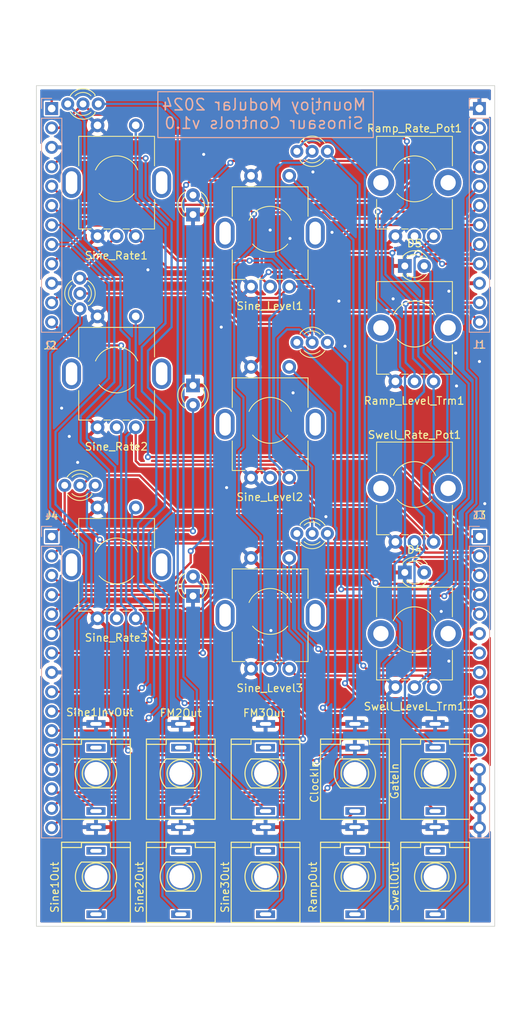
<source format=kicad_pcb>
(kicad_pcb (version 20240108) (generator "pcbnew") (generator_version "8.0")
  (layers (0 "F.Cu" signal) (31 "B.Cu" signal) (34 "B.Paste" user) (35 "F.Paste" user) (36 "B.SilkS" user "B.Silkscreen") (37 "F.SilkS" user "F.Silkscreen") (38 "B.Mask" user) (39 "F.Mask" user) (44 "Edge.Cuts" user))
  (net 0 "")
  (net 1 "/Sine1_LED")
  (net 2 "GND")
  (net 3 "/Sine2_LED")
  (net 4 "+3.3VA")
  (net 5 "+3.3V")
  (net 6 "/Sine3_LED")
  (net 7 "/Swell_LED")
  (net 8 "/Ramp_LED")
  (net 9 "/Sine1_Ramp_Rate_LED")
  (net 10 "/Sine1_Swell_Rate_LED")
  (net 11 "/Sine1_Swell_Lvl_LED")
  (net 12 "/Sine1_Ramp_Lvl_LED")
  (net 13 "/Sine2_Ramp_Rate_LED")
  (net 14 "/Sine2_Swell_Rate_LED")
  (net 15 "/Sine2_Ramp_Lvl_LED")
  (net 16 "/Sine2_Swell_Lvl_LED")
  (net 17 "/Sine3_Swell_Rate_LED")
  (net 18 "/Sine3_Ramp_Rate_LED")
  (net 19 "/Sine3_Ramp_Lvl_LED")
  (net 20 "/Sine3_Swell_Lvl_LED")
  (net 21 "/Ramp_Level")
  (net 22 "/FM2_Out")
  (net 23 "/Ramp_Out")
  (net 24 "/Swell_Out")
  (net 25 "/Sine2_Level")
  (net 26 "/Sine1_Level")
  (net 27 "/FM3_Out")
  (net 28 "/Ramp_Rate")
  (net 29 "/Sine3_Rate")
  (net 30 "/Sine2_Rate")
  (net 31 "/Swell_Rate")
  (net 32 "/Gate_Normal")
  (net 33 "/Sine1_Inv_Out")
  (net 36 "/Sine2_Out")
  (net 37 "/Sine3_Level")
  (net 38 "/Sine3_Out")
  (net 39 "/Sine1_Out")
  (net 40 "/Swell_Level")
  (net 41 "/Sine1_Rate")
  (net 42 "/Clock_In")
  (net 43 "/Sine3_Lvl_Btn")
  (net 44 "/Gate_In")
  (net 45 "/Sine2_Lvl_Btn")
  (net 46 "/Sine1_Lvl_Btn")
  (net 47 "/Sine1_Rate_Btn")
  (net 48 "/Sine3_Rate_Btn")
  (net 49 "/Sine2_Rate_Btn")
  (footprint "Custom_Footprints:Alpha_9mm_Potentiometer_Aligned" (layer "F.Cu") (at 149.5 62.2)
    (property "Reference" "Ramp_Rate_Pot1")
    (property "Value" "B10k")
  )
  (footprint "Custom_Footprints:LED_D3.0mm-3" (layer "F.Cu") (at 105.7 102.3 180)
    (property "Reference" "D10" (hide yes))
    (property "Value" "LED_Dual_KAK")
  )
  (footprint "Custom_Footprints:LED_D3.0mm-3" (layer "F.Cu") (at 105.7 77.2 90)
    (property "Reference" "D8" (hide yes))
    (property "Value" "LED_Dual_KAK")
  )
  (footprint "Custom_Footprints:Bourns_Switch_Potentiometer" (layer "F.Cu") (at 130.6 118.8)
    (property "Reference" "Sine_Level3")
    (property "Value" "Switch_10kPot" (hide yes))
  )
  (footprint "Custom_Footprints:Alpha_9mm_Potentiometer_Aligned" (layer "F.Cu") (at 149.5 102.2)
    (property "Reference" "Swell_Rate_Pot1")
    (property "Value" "B10k")
  )
  (footprint "Custom_Footprints:Bourns_Switch_Potentiometer" (layer "F.Cu") (at 130.6 68.8)
    (property "Reference" "Sine_Level1")
    (property "Value" "Switch_10kPot" (hide yes))
  )
  (footprint "Custom_Footprints:Bourns_Switch_Potentiometer" (layer "F.Cu") (at 110.5 87.2)
    (property "Reference" "Sine_Rate2")
    (property "Value" "Switch_10kPot" (hide yes))
  )
  (footprint "Custom_Footprints:LED_D3.0mm" (layer "F.Cu") (at 120.5 65.6 90)
    (property "Reference" "D1" (hide yes))
    (property "Value" "LED")
  )
  (footprint "Custom_Footprints:THONKICONN_hole" (layer "F.Cu") (at 152.2 153.5 180)
    (property "Reference" "J13" (hide yes))
    (property "Value" "SwellOut")
  )
  (footprint "Custom_Footprints:LED_D3.0mm-3" (layer "F.Cu") (at 136.1 83.6)
    (property "Reference" "D9" (hide yes))
    (property "Value" "LED_Dual_KAK")
  )
  (footprint "Custom_Footprints:LED_D3.0mm-3" (layer "F.Cu") (at 136.1 108.6)
    (property "Reference" "D11" (hide yes))
    (property "Value" "LED_Dual_KAK")
  )
  (footprint "Custom_Footprints:THONKICONN_hole" (layer "F.Cu") (at 107.8 140 180)
    (property "Reference" "J10" (hide yes))
    (property "Value" "Sine1InvOut")
  )
  (footprint "Custom_Footprints:THONKICONN_hole" (layer "F.Cu") (at 141.7 140 180)
    (property "Reference" "J14" (hide yes))
    (property "Value" "ClockIn")
  )
  (footprint "Custom_Footprints:LED_D3.0mm" (layer "F.Cu") (at 149.5 113.7)
    (property "Reference" "D4")
    (property "Value" "LED")
  )
  (footprint "Custom_Footprints:LED_D3.0mm-3" (layer "F.Cu") (at 106.1 52.4 180)
    (property "Reference" "D6" (hide yes))
    (property "Value" "LED_Dual_KAK")
  )
  (footprint "Custom_Footprints:LED_D3.0mm" (layer "F.Cu") (at 120.5 115.5 90)
    (property "Reference" "D3" (hide yes))
    (property "Value" "LED")
  )
  (footprint "Custom_Footprints:THONKICONN_hole" (layer "F.Cu") (at 152.2 140 180)
    (property "Reference" "J9" (hide yes))
    (property "Value" "GateIn")
  )
  (footprint "Custom_Footprints:THONKICONN_hole" (layer "F.Cu") (at 118.9 153.5 180)
    (property "Reference" "J6" (hide yes))
    (property "Value" "Sine2Out")
  )
  (footprint "Custom_Footprints:Alpha_9mm_Potentiometer_Aligned" (layer "F.Cu") (at 149.5 81.2)
    (property "Reference" "Ramp_Level_Trm1")
    (property "Value" "B10k")
  )
  (footprint "Custom_Footprints:LED_D3.0mm-3" (layer "F.Cu") (at 136.1 58.6)
    (property "Reference" "D7" (hide yes))
    (property "Value" "LED_Dual_KAK")
  )
  (footprint "Custom_Footprints:THONKICONN_hole" (layer "F.Cu") (at 107.8 153.5 180)
    (property "Reference" "J5" (hide yes))
    (property "Value" "Sine1Out")
  )
  (footprint "Custom_Footprints:THONKICONN_hole" (layer "F.Cu") (at 130 153.5 180)
    (property "Reference" "J7" (hide yes))
    (property "Value" "Sine3Out")
  )
  (footprint "Custom_Footprints:Bourns_Switch_Potentiometer" (layer "F.Cu") (at 110.5 112.2)
    (property "Reference" "Sine_Rate3")
    (property "Value" "Switch_10kPot" (hide yes))
  )
  (footprint "Custom_Footprints:THONKICONN_hole" (layer "F.Cu") (at 141.7 153.5 180)
    (property "Reference" "J8" (hide yes))
    (property "Value" "RampOut")
  )
  (footprint "Custom_Footprints:Bourns_Switch_Potentiometer" (layer "F.Cu") (at 130.6 93.8)
    (property "Reference" "Sine_Level2")
    (property "Value" "Switch_10kPot" (hide yes))
  )
  (footprint "Custom_Footprints:LED_D3.0mm" (layer "F.Cu") (at 149.5 73.6)
    (property "Reference" "D5")
    (property "Value" "LED")
  )
  (footprint "Custom_Footprints:Alpha_9mm_Potentiometer_Aligned" (layer "F.Cu") (at 149.5 121.2)
    (property "Reference" "Swell_LeveL_Trm1")
    (property "Value" "B10k")
  )
  (footprint "Custom_Footprints:Bourns_Switch_Potentiometer" (layer "F.Cu") (at 110.5 62.2)
    (property "Reference" "Sine_Rate1")
    (property "Value" "Switch_10kPot" (hide yes))
  )
  (footprint "Custom_Footprints:LED_D3.0mm" (layer "F.Cu") (at 120.5 90.5 -90)
    (property "Reference" "D2" (hide yes))
    (property "Value" "LED")
  )
  (footprint "Custom_Footprints:THONKICONN_hole" (layer "F.Cu") (at 118.9 140 180)
    (property "Reference" "J11" (hide yes))
    (property "Value" "FM2Out")
  )
  (footprint "Custom_Footprints:THONKICONN_hole" (layer "F.Cu") (at 130 140 180)
    (property "Reference" "J12" (hide yes))
    (property "Value" "FM3Out")
  )
  (footprint "Connector_PinSocket_2.54mm:PinSocket_1x16_P2.54mm_Vertical" (layer "B.Cu") (at 158 109 180)
    (property "Reference" "J3")
    (property "Value" "Conn_01x16_Male")
  )
  (footprint "Connector_PinSocket_2.54mm:PinSocket_1x12_P2.54mm_Vertical" (layer "B.Cu") (at 158 53 180)
    (property "Reference" "J1")
    (property "Value" "Conn_01x12_Male")
  )
  (footprint "Connector_PinSocket_2.54mm:PinSocket_1x16_P2.54mm_Vertical" (layer "B.Cu") (at 102 109 180)
    (property "Reference" "J4")
    (property "Value" "Conn_01x16_Male")
  )
  (footprint "Connector_PinSocket_2.54mm:PinSocket_1x12_P2.54mm_Vertical" (layer "B.Cu") (at 102 53 180)
    (property "Reference" "J2")
    (property "Value" "Conn_01x12_Male")
  )
  (gr_rect (start 115.9 50.8) (end 144.1 56.8) (stroke (width 0.15)) (fill none) (layer "B.SilkS"))
  (gr_rect (start 100 50) (end 160 160) (stroke (width 0.1)) (fill none) (layer "Edge.Cuts"))
  (gr_text "Mountjoy Modular 2024\nSinosaur Controls v1.0" (at 129.8 53.7 0) (layer "B.SilkS") (effects (font (size 1.5 1.5) (thickness 0.2)) (justify mirror)))
  (gr_text "J2" (at 101.8 84 -0) (layer "F.SilkS") (effects (font (size 1 1))))
  (gr_text "J1" (at 158 83.9 -0) (layer "F.SilkS") (effects (font (size 1 1))))
  (gr_text "J3" (at 158 106.2 -0) (layer "F.SilkS") (effects (font (size 1 1))))
  (gr_text "J4" (at 102 106.3 -0) (layer "F.SilkS") (effects (font (size 1 1))))
  (segment (start 120.2 112.4) (end 120.2 110.9) (width 0.3) (layer "F.Cu") (net 1))
  (segment (start 103.42 115.5) (end 117.1 115.5) (width 0.3) (layer "F.Cu") (net 1))
  (segment (start 102 114.08) (end 103.42 115.5) (width 0.3) (layer "F.Cu") (net 1))
  (segment (start 117.1 115.5) (end 120.2 112.4) (width 0.3) (layer "F.Cu") (net 1))
  (via (at 120.2 110.9) (size 0.8) (drill 0.4) (layers "F.Cu" "B.Cu") (net 1))
  (segment (start 122.1 109) (end 120.2 110.9) (width 0.3) (layer "B.Cu") (net 1))
  (segment (start 120.5 64.33) (end 122.1 65.93) (width 0.3) (layer "B.Cu") (net 1))
  (segment (start 122.1 65.93) (end 122.1 109) (width 0.3) (layer "B.Cu") (net 1))
  (via (at 103.3 92.2) (size 0.8) (drill 0.4) (layers "F.Cu" "B.Cu") (net 2))
  (via (at 133.6 90.2) (size 0.8) (drill 0.4) (layers "F.Cu" "B.Cu") (net 2))
  (via (at 153 118.8) (size 0.8) (drill 0.4) (layers "F.Cu" "B.Cu") (net 2))
  (via (at 138.7 69.2) (size 0.8) (drill 0.4) (layers "F.Cu" "B.Cu") (net 2))
  (via (at 158.7 104.7) (size 0.8) (drill 0.4) (layers "F.Cu" "B.Cu") (net 2))
  (via (at 124.2 81.6) (size 0.8) (drill 0.4) (layers "F.Cu" "B.Cu") (net 2))
  (via (at 154 76.9) (size 0.8) (drill 0.4) (layers "F.Cu" "B.Cu") (net 2))
  (via (at 130.7 121.3) (size 0.8) (drill 0.4) (layers "F.Cu" "B.Cu") (net 2))
  (via (at 155 89.3) (size 0.8) (drill 0.4) (layers "F.Cu" "B.Cu") (net 2))
  (via (at 104.3 95.9) (size 0.8) (drill 0.4) (layers "F.Cu" "B.Cu") (net 2))
  (via (at 146.7 77.9) (size 0.8) (drill 0.4) (layers "F.Cu" "B.Cu") (net 2))
  (via (at 140.4 84.1) (size 0.8) (drill 0.4) (layers "F.Cu" "B.Cu") (net 2))
  (via (at 130.6 68.9) (size 0.8) (drill 0.4) (layers "F.Cu" "B.Cu") (net 2))
  (via (at 154 125.3) (size 0.8) (drill 0.4) (layers "F.Cu" "B.Cu") (net 2))
  (via (at 137.9 106.4) (size 0.8) (drill 0.4) (layers "F.Cu" "B.Cu") (net 2))
  (via (at 133.2 70) (size 0.8) (drill 0.4) (layers "F.Cu" "B.Cu") (net 2))
  (via (at 105.4 99.3) (size 0.8) (drill 0.4) (layers "F.Cu" "B.Cu") (net 2))
  (via (at 136.2 61.3) (size 0.8) (drill 0.4) (layers "F.Cu" "B.Cu") (net 2))
  (via (at 121.9 59) (size 0.8) (drill 0.4) (layers "F.Cu" "B.Cu") (net 2))
  (via (at 139.6 78.2) (size 0.8) (drill 0.4) (layers "F.Cu" "B.Cu") (net 2))
  (via (at 114.6 74.1) (size 0.8) (drill 0.4) (layers "F.Cu" "B.Cu") (net 2))
  (via (at 158 86.1) (size 0.8) (drill 0.4) (layers "F.Cu" "B.Cu") (net 2))
  (via (at 154.9 85) (size 0.8) (drill 0.4) (layers "F.Cu" "B.Cu") (net 2))
  (via (at 124.9 102.6) (size 0.8) (drill 0.4) (layers "F.Cu" "B.Cu") (net 2))
  (segment (start 120.4 108.2) (end 120.5 108.3) (width 0.3) (layer "F.Cu") (net 3))
  (segment (start 105.34 108.2) (end 120.4 108.2) (width 0.3) (layer "F.Cu") (net 3))
  (segment (start 102 111.54) (end 105.34 108.2) (width 0.3) (layer "F.Cu") (net 3))
  (via (at 120.5 108.3) (size 0.8) (drill 0.4) (layers "F.Cu" "B.Cu") (net 3))
  (segment (start 120.5 91.77) (end 120.5 108.3) (width 0.3) (layer "B.Cu") (net 3))
  (segment (start 150.5 71.2) (end 147.299998 71.2) (width 0.3) (layer "F.Cu") (net 4))
  (segment (start 129.5 122.7) (end 116 122.7) (width 0.3) (layer "F.Cu") (net 4))
  (segment (start 131.4 99.6) (end 113.5 99.6) (width 0.3) (layer "F.Cu") (net 4))
  (segment (start 127.6 77.8) (end 123.6 73.8) (width 0.3) (layer "F.Cu") (net 4))
  (segment (start 116 122.7) (end 113 119.7) (width 0.3) (layer "F.Cu") (net 4))
  (segment (start 131.6 77.8) (end 127.6 77.8) (width 0.3) (layer "F.Cu") (net 4))
  (segment (start 152 109.7) (end 147.2 104.9) (width 0.3) (layer "F.Cu") (net 4))
  (segment (start 107.02 68.3) (end 102 73.32) (width 0.3) (layer "F.Cu") (net 4))
  (segment (start 113 69.7) (end 111.6 68.3) (width 0.3) (layer "F.Cu") (net 4))
  (segment (start 152 128.7) (end 150.5 127.2) (width 0.3) (layer "F.Cu") (net 4))
  (segment (start 134 127.2) (end 133.1 126.3) (width 0.3) (layer "F.Cu") (net 4))
  (segment (start 133.1 126.3) (end 129.5 122.7) (width 0.3) (layer "F.Cu") (net 4))
  (segment (start 141 71.9) (end 146.599998 71.9) (width 0.3) (layer "F.Cu") (net 4))
  (segment (start 123.6 73.8) (end 117.1 73.8) (width 0.3) (layer "F.Cu") (net 4))
  (segment (start 113 99.1) (end 113 94.7) (width 0.3) (layer "F.Cu") (net 4))
  (segment (start 133.1 76.3) (end 131.6 77.8) (width 0.3) (layer "F.Cu") (net 4))
  (segment (start 133.1 76.3) (end 136.6 76.3) (width 0.3) (layer "F.Cu") (net 4))
  (segment (start 150.5 127.2) (end 134 127.2) (width 0.3) (layer "F.Cu") (net 4))
  (segment (start 136.6 76.3) (end 141 71.9) (width 0.3) (layer "F.Cu") (net 4))
  (segment (start 113.5 99.6) (end 113 99.1) (width 0.3) (layer "F.Cu") (net 4))
  (segment (start 147.2 104.9) (end 136.7 104.9) (width 0.3) (layer "F.Cu") (net 4))
  (segment (start 117.1 73.8) (end 113 69.7) (width 0.3) (layer "F.Cu") (net 4))
  (segment (start 133.1 101.3) (end 131.4 99.6) (width 0.3) (layer "F.Cu") (net 4))
  (segment (start 136.7 104.9) (end 133.1 101.3) (width 0.3) (layer "F.Cu") (net 4))
  (segment (start 147.299998 71.2) (end 146.599998 71.9) (width 0.3) (layer "F.Cu") (net 4))
  (segment (start 152 69.7) (end 150.5 71.2) (width 0.3) (layer "F.Cu") (net 4))
  (segment (start 111.6 68.3) (end 107.02 68.3) (width 0.3) (layer "F.Cu") (net 4))
  (via (at 146.599998 71.9) (size 0.8) (drill 0.4) (layers "F.Cu" "B.Cu") (net 4))
  (segment (start 111.75 117.35) (end 111.75 95.95) (width 0.3) (layer "B.Cu") (net 4))
  (segment (start 150 85.427208) (end 150 78.05) (width 0.3) (layer "B.Cu") (net 4))
  (segment (start 113 118.6) (end 111.75 117.35) (width 0.3) (layer "B.Cu") (net 4))
  (segment (start 150 78.05) (end 146.599998 74.649998) (width 0.3) (layer "B.Cu") (net 4))
  (segment (start 152 109.7) (end 152 106) (width 0.3) (layer "B.Cu") (net 4))
  (segment (start 146.599998 74.649998) (end 146.599998 71.9) (width 0.3) (layer "B.Cu") (net 4))
  (segment (start 152 87.427208) (end 150 85.427208) (width 0.3) (layer "B.Cu") (net 4))
  (segment (start 111.75 95.95) (end 113 94.7) (width 0.3) (layer "B.Cu") (net 4))
  (segment (start 152 98.4) (end 152 88.7) (width 0.3) (layer "B.Cu") (net 4))
  (segment (start 150.4 100) (end 152 98.4) (width 0.3) (layer "B.Cu") (net 4))
  (segment (start 150.4 104.4) (end 150.4 100) (width 0.3) (layer "B.Cu") (net 4))
  (segment (start 113 119.7) (end 113 118.6) (width 0.3) (layer "B.Cu") (net 4))
  (segment (start 152 106) (end 150.4 104.4) (width 0.3) (layer "B.Cu") (net 4))
  (segment (start 152 88.7) (end 152 87.427208) (width 0.3) (layer "B.Cu") (net 4))
  (segment (start 106.34 102.3) (end 106.34 101.935) (width 0.3) (layer "F.Cu") (net 5))
  (segment (start 118.2 105.7) (end 134.6 105.7) (width 0.3) (layer "F.Cu") (net 5))
  (segment (start 134.8 81.2) (end 136.1 82.5) (width 0.3) (layer "F.Cu") (net 5))
  (segment (start 126.5 81.2) (end 134.8 81.2) (width 0.3) (layer "F.Cu") (net 5))
  (segment (start 106.1 52.4) (end 107.5 53.8) (width 0.3) (layer "F.Cu") (net 5))
  (segment (start 134.6 105.7) (end 136.1 107.2) (width 0.3) (layer "F.Cu") (net 5))
  (segment (start 107.5 53.8) (end 109.2 53.8) (width 0.3) (layer "F.Cu") (net 5))
  (segment (start 102.96 55.54) (end 106.1 52.4) (width 0.3) (layer "F.Cu") (net 5))
  (segment (start 112.2 56.8) (end 134.3 56.8) (width 0.3) (layer "F.Cu") (net 5))
  (segment (start 113.5 101) (end 118.2 105.7) (width 0.3) (layer "F.Cu") (net 5))
  (segment (start 105.7 77.2) (end 122.5 77.2) (width 0.3) (layer "F.Cu") (net 5))
  (segment (start 106.34 101.935) (end 107.275 101) (width 0.3) (layer "F.Cu") (net 5))
  (segment (start 107.275 101) (end 113.5 101) (width 0.3) (layer "F.Cu") (net 5))
  (segment (start 134.3 56.8) (end 136.1 58.6) (width 0.3) (layer "F.Cu") (net 5))
  (segment (start 136.1 82.5) (end 136.1 83.6) (width 0.3) (layer "F.Cu") (net 5))
  (segment (start 122.5 77.2) (end 126.5 81.2) (width 0.3) (layer "F.Cu") (net 5))
  (segment (start 136.1 107.2) (end 136.1 108.6) (width 0.3) (layer "F.Cu") (net 5))
  (segment (start 109.2 53.8) (end 112.2 56.8) (width 0.3) (layer "F.Cu") (net 5))
  (segment (start 102 55.54) (end 102.96 55.54) (width 0.3) (layer "F.Cu") (net 5))
  (segment (start 136.1 76.6) (end 131.6 72.1) (width 0.3) (layer "B.Cu") (net 5))
  (segment (start 131.6 72.1) (end 131.6 60.8) (width 0.3) (layer "B.Cu") (net 5))
  (segment (start 131.6 83.1) (end 132.800001 81.899999) (width 0.3) (layer "B.Cu") (net 5))
  (segment (start 132.800001 81.899999) (end 134.399999 81.899999) (width 0.3) (layer "B.Cu") (net 5))
  (segment (start 136.1 108.6) (end 136.1 99.9) (width 0.3) (layer "B.Cu") (net 5))
  (segment (start 131.6 60.8) (end 132.3 60.1) (width 0.3) (layer "B.Cu") (net 5))
  (segment (start 136.1 83.6) (end 136.1 76.6) (width 0.3) (layer "B.Cu") (net 5))
  (segment (start 134.6 60.1) (end 136.1 58.6) (width 0.3) (layer "B.Cu") (net 5))
  (segment (start 136.1 99.9) (end 131.6 95.4) (width 0.3) (layer "B.Cu") (net 5))
  (segment (start 131.6 95.4) (end 131.6 83.1) (width 0.3) (layer "B.Cu") (net 5))
  (segment (start 134.399999 81.899999) (end 136.1 83.6) (width 0.3) (layer "B.Cu") (net 5))
  (segment (start 132.3 60.1) (end 134.6 60.1) (width 0.3) (layer "B.Cu") (net 5))
  (segment (start 102 124.24) (end 121.799998 124.24) (width 0.3) (layer "F.Cu") (net 6))
  (via (at 121.799998 124.24) (size 0.8) (drill 0.4) (layers "F.Cu" "B.Cu") (net 6))
  (segment (start 121.799998 115.529998) (end 121.799998 124.24) (width 0.3) (layer "B.Cu") (net 6))
  (segment (start 120.5 114.23) (end 121.799998 115.529998) (width 0.3) (layer "B.Cu") (net 6))
  (segment (start 117.387107 116.62) (end 118.487107 115.52) (width 0.3) (layer "F.Cu") (net 7))
  (segment (start 102 116.62) (end 117.387107 116.62) (width 0.3) (layer "F.Cu") (net 7))
  (segment (start 123.28 115.52) (end 125.2 113.6) (width 0.3) (layer "F.Cu") (net 7))
  (segment (start 146.2 112.3) (end 149.37 112.3) (width 0.3) (layer "F.Cu") (net 7))
  (segment (start 144.9 113.6) (end 146.2 112.3) (width 0.3) (layer "F.Cu") (net 7))
  (segment (start 149.37 112.3) (end 150.77 113.7) (width 0.3) (layer "F.Cu") (net 7))
  (segment (start 125.2 113.6) (end 144.9 113.6) (width 0.3) (layer "F.Cu") (net 7))
  (segment (start 118.487107 115.52) (end 123.28 115.52) (width 0.3) (layer "F.Cu") (net 7))
  (segment (start 103.06 118.1) (end 119.05 118.1) (width 0.3) (layer "F.Cu") (net 8))
  (segment (start 121.55 118.5) (end 123.3 116.75) (width 0.3) (layer "F.Cu") (net 8))
  (segment (start 123.3 116.75) (end 153.35 116.75) (width 0.3) (layer "F.Cu") (net 8))
  (segment (start 119.45 118.5) (end 121.55 118.5) (width 0.3) (layer "F.Cu") (net 8))
  (segment (start 153.35 116.75) (end 153.4 116.8) (width 0.3) (layer "F.Cu") (net 8))
  (segment (start 119.05 118.1) (end 119.45 118.5) (width 0.3) (layer "F.Cu") (net 8))
  (segment (start 102 119.16) (end 103.06 118.1) (width 0.3) (layer "F.Cu") (net 8))
  (via (at 153.4 116.8) (size 0.8) (drill 0.4) (layers "F.Cu" "B.Cu") (net 8))
  (segment (start 151.6 84) (end 151.6 74.43) (width 0.3) (layer "B.Cu") (net 8))
  (segment (start 156.6 103.992894) (end 156.6 89) (width 0.3) (layer "B.Cu") (net 8))
  (segment (start 153.4 116.8) (end 154.9 115.3) (width 0.3) (layer "B.Cu") (net 8))
  (segment (start 156.6 89) (end 151.6 84) (width 0.3) (layer "B.Cu") (net 8))
  (segment (start 154.9 105.692894) (end 156.6 103.992894) (width 0.3) (layer "B.Cu") (net 8))
  (segment (start 154.9 115.3) (end 154.9 105.692894) (width 0.3) (layer "B.Cu") (net 8))
  (segment (start 151.6 74.43) (end 150.77 73.6) (width 0.3) (layer "B.Cu") (net 8))
  (segment (start 119.4 130.8) (end 133.5 130.8) (width 0.3) (layer "F.Cu") (net 9))
  (segment (start 133.5 130.8) (end 137.1 134.4) (width 0.3) (layer "F.Cu") (net 9))
  (segment (start 158 134.4) (end 137.1 134.4) (width 0.3) (layer "F.Cu") (net 9))
  (via (at 119.4 130.8) (size 0.8) (drill 0.4) (layers "F.Cu" "B.Cu") (net 9))
  (segment (start 116.4 52.4) (end 108.100001 52.4) (width 0.3) (layer "B.Cu") (net 9))
  (segment (start 119.4 130.8) (end 118.5 129.9) (width 0.3) (layer "B.Cu") (net 9))
  (segment (start 118.5 54.5) (end 116.4 52.4) (width 0.3) (layer "B.Cu") (net 9))
  (segment (start 118.5 129.9) (end 118.5 54.5) (width 0.3) (layer "B.Cu") (net 9))
  (segment (start 158 109) (end 156.85 109) (width 0.3) (layer "F.Cu") (net 10))
  (segment (start 146.45 98.6) (end 114.6 98.6) (width 0.3) (layer "F.Cu") (net 10))
  (segment (start 156.85 109) (end 146.45 98.6) (width 0.3) (layer "F.Cu") (net 10))
  (via (at 114.6 98.6) (size 0.8) (drill 0.4) (layers "F.Cu" "B.Cu") (net 10))
  (segment (start 112.2 83.168629) (end 112.2 91.1) (width 0.3) (layer "B.Cu") (net 10))
  (segment (start 104.099999 52.4) (end 106.3 54.600001) (width 0.3) (layer "B.Cu") (net 10))
  (segment (start 111 74.8) (end 111 81.968629) (width 0.3) (layer "B.Cu") (net 10))
  (segment (start 111 81.968629) (end 112.2 83.168629) (width 0.3) (layer "B.Cu") (net 10))
  (segment (start 106.3 54.600001) (end 106.3 70.1) (width 0.3) (layer "B.Cu") (net 10))
  (segment (start 106.3 70.1) (end 111 74.8) (width 0.3) (layer "B.Cu") (net 10))
  (segment (start 114.6 93.5) (end 114.6 98.6) (width 0.3) (layer "B.Cu") (net 10))
  (segment (start 112.2 91.1) (end 114.6 93.5) (width 0.3) (layer "B.Cu") (net 10))
  (segment (start 143.4 126.5) (end 142.8 125.9) (width 0.3) (layer "F.Cu") (net 11))
  (segment (start 157.72 126.5) (end 143.4 126.5) (width 0.3) (layer "F.Cu") (net 11))
  (segment (start 158 126.78) (end 157.72 126.5) (width 0.3) (layer "F.Cu") (net 11))
  (via (at 142.8 125.9) (size 0.8) (drill 0.4) (layers "F.Cu" "B.Cu") (net 11))
  (segment (start 142.3 125.4) (end 142.8 125.9) (width 0.3) (layer "B.Cu") (net 11))
  (segment (start 142.3 62.89) (end 142.3 125.4) (width 0.3) (layer "B.Cu") (net 11))
  (segment (start 138.01 58.6) (end 142.3 62.89) (width 0.3) (layer "B.Cu") (net 11))
  (segment (start 158 116.62) (end 156.58 115.2) (width 0.3) (layer "F.Cu") (net 12))
  (segment (start 156.58 115.2) (end 144.55 115.2) (width 0.3) (layer "F.Cu") (net 12))
  (segment (start 144.55 115.2) (end 144.4 115.05) (width 0.3) (layer "F.Cu") (net 12))
  (via (at 144.4 115.05) (size 0.8) (drill 0.4) (layers "F.Cu" "B.Cu") (net 12))
  (segment (start 134.2 58.6) (end 134.2 58.235) (width 0.3) (layer "B.Cu") (net 12))
  (segment (start 143 113.65) (end 144.4 115.05) (width 0.3) (layer "B.Cu") (net 12))
  (segment (start 134.2 58.235) (end 135.235 57.2) (width 0.3) (layer "B.Cu") (net 12))
  (segment (start 143 61.7) (end 143 113.65) (width 0.3) (layer "B.Cu") (net 12))
  (segment (start 138.5 57.2) (end 143 61.7) (width 0.3) (layer "B.Cu") (net 12))
  (segment (start 135.235 57.2) (end 138.5 57.2) (width 0.3) (layer "B.Cu") (net 12))
  (segment (start 101.8 85) (end 101.8 105.2) (width 0.3) (layer "B.Cu") (net 13))
  (segment (start 106.5 117.2) (end 102 121.7) (width 0.3) (layer "B.Cu") (net 13))
  (segment (start 105.7 81.1) (end 101.8 85) (width 0.3) (layer "B.Cu") (net 13))
  (segment (start 106.5 109.9) (end 106.5 117.2) (width 0.3) (layer "B.Cu") (net 13))
  (segment (start 105.7 79.2) (end 105.7 81.1) (width 0.3) (layer "B.Cu") (net 13))
  (segment (start 101.8 105.2) (end 106.5 109.9) (width 0.3) (layer "B.Cu") (net 13))
  (segment (start 123.682893 75.29) (end 105.79 75.29) (width 0.3) (layer "F.Cu") (net 14))
  (segment (start 127.992893 79.6) (end 123.682893 75.29) (width 0.3) (layer "F.Cu") (net 14))
  (segment (start 105.79 75.29) (end 105.7 75.2) (width 0.3) (layer "F.Cu") (net 14))
  (segment (start 158 80.94) (end 156.66 79.6) (width 0.3) (layer "F.Cu") (net 14))
  (segment (start 156.66 79.6) (end 127.992893 79.6) (width 0.3) (layer "F.Cu") (net 14))
  (segment (start 158 119.16) (end 154.74 115.9) (width 0.3) (layer "F.Cu") (net 15))
  (segment (start 154.74 115.9) (end 139.9 115.9) (width 0.3) (layer "F.Cu") (net 15))
  (via (at 139.9 115.9) (size 0.8) (drill 0.4) (layers "F.Cu" "B.Cu") (net 15))
  (segment (start 134.2 83.6) (end 139.9 89.3) (width 0.3) (layer "B.Cu") (net 15))
  (segment (start 139.9 89.3) (end 139.9 115.9) (width 0.3) (layer "B.Cu") (net 15))
  (segment (start 157.15 130.17) (end 142.37 130.17) (width 0.3) (layer "F.Cu") (net 16))
  (segment (start 142.37 130.17) (end 140.4 128.2) (width 0.3) (layer "F.Cu") (net 16))
  (segment (start 158 129.32) (end 157.15 130.17) (width 0.3) (layer "F.Cu") (net 16))
  (via (at 140.4 128.2) (size 0.8) (drill 0.4) (layers "F.Cu" "B.Cu") (net 16))
  (segment (start 140.4 128.2) (end 140.7 127.9) (width 0.3) (layer "B.Cu") (net 16))
  (segment (start 140.7 86.29) (end 138.01 83.6) (width 0.3) (layer "B.Cu") (net 16))
  (segment (start 140.7 127.9) (end 140.7 86.29) (width 0.3) (layer "B.Cu") (net 16))
  (segment (start 103.699999 107.300001) (end 103.699999 102.3) (width 0.3) (layer "F.Cu") (net 17))
  (segment (start 102 109) (end 103.699999 107.300001) (width 0.3) (layer "F.Cu") (net 17))
  (segment (start 108.8 109.9) (end 108.3 109.4) (width 0.3) (layer "F.Cu") (net 18))
  (segment (start 155.62 111.7) (end 146.325 111.7) (width 0.3) (layer "F.Cu") (net 18))
  (segment (start 158 114.08) (end 155.62 111.7) (width 0.3) (layer "F.Cu") (net 18))
  (segment (start 144.525 109.9) (end 108.8 109.9) (width 0.3) (layer "F.Cu") (net 18))
  (segment (start 146.325 111.7) (end 144.525 109.9) (width 0.3) (layer "F.Cu") (net 18))
  (via (at 108.3 109.4) (size 0.8) (drill 0.4) (layers "F.Cu" "B.Cu") (net 18))
  (segment (start 106.615685 103.384316) (end 106.615685 107.715685) (width 0.3) (layer "B.Cu") (net 18))
  (segment (start 107.700001 102.3) (end 106.615685 103.384316) (width 0.3) (layer "B.Cu") (net 18))
  (segment (start 106.615685 107.715685) (end 108.3 109.4) (width 0.3) (layer "B.Cu") (net 18))
  (segment (start 137.439998 124.24) (end 136.9 123.700002) (width 0.3) (layer "F.Cu") (net 19))
  (segment (start 158 124.24) (end 137.439998 124.24) (width 0.3) (layer "F.Cu") (net 19))
  (via (at 136.9 123.700002) (size 0.8) (drill 0.4) (layers "F.Cu" "B.Cu") (net 19))
  (segment (start 136.9 123.700002) (end 136.9 123.6) (width 0.3) (layer "B.Cu") (net 19))
  (segment (start 134.35 108.85) (end 134.1 108.6) (width 0.3) (layer "B.Cu") (net 19))
  (segment (start 136.9 123.6) (end 134.35 121.05) (width 0.3) (layer "B.Cu") (net 19))
  (segment (start 134.35 121.05) (end 134.35 108.85) (width 0.3) (layer "B.Cu") (net 19))
  (segment (start 137.96 131.86) (end 137.5 131.4) (width 0.3) (layer "F.Cu") (net 20))
  (segment (start 158 131.86) (end 137.96 131.86) (width 0.3) (layer "F.Cu") (net 20))
  (via (at 137.5 131.4) (size 0.8) (drill 0.4) (layers "F.Cu" "B.Cu") (net 20))
  (segment (start 138.01 108.6) (end 138.2 108.79) (width 0.3) (layer "B.Cu") (net 20))
  (segment (start 138.2 108.79) (end 138.2 130.7) (width 0.3) (layer "B.Cu") (net 20))
  (segment (start 138.2 130.7) (end 137.5 131.4) (width 0.3) (layer "B.Cu") (net 20))
  (segment (start 148.5 78.4) (end 148.350001 78.549999) (width 0.3) (layer "F.Cu") (net 21))
  (segment (start 158 78.4) (end 148.5 78.4) (width 0.3) (layer "F.Cu") (net 21))
  (via (at 148.350001 78.549999) (size 0.8) (drill 0.4) (layers "F.Cu" "B.Cu") (net 21))
  (segment (start 149.5 87.4) (end 148.350001 86.250001) (width 0.3) (layer "B.Cu") (net 21))
  (segment (start 149.5 88.7) (end 149.5 87.4) (width 0.3) (layer "B.Cu") (net 21))
  (segment (start 148.350001 86.250001) (end 148.350001 78.549999) (width 0.3) (layer "B.Cu") (net 21))
  (segment (start 151.2 60.35) (end 155.73 60.35) (width 0.3) (layer "F.Cu") (net 22))
  (segment (start 125.5 62.4) (end 128.2 65.1) (width 0.3) (layer "F.Cu") (net 22))
  (segment (start 120.2 62.4) (end 125.5 62.4) (width 0.3) (layer "F.Cu") (net 22))
  (segment (start 155.73 60.35) (end 158 58.08) (width 0.3) (layer "F.Cu") (net 22))
  (segment (start 128.2 65.1) (end 146.45 65.1) (width 0.3) (layer "F.Cu") (net 22))
  (segment (start 146.45 65.1) (end 151.2 60.35) (width 0.3) (layer "F.Cu") (net 22))
  (segment (start 119.6 63) (end 120.2 62.4) (width 0.3) (layer "F.Cu") (net 22))
  (via (at 119.6 63) (size 0.8) (drill 0.4) (layers "F.Cu" "B.Cu") (net 22))
  (segment (start 121 142.82) (end 118.9 144.92) (width 0.3) (layer "B.Cu") (net 22))
  (segment (start 121 129.1) (end 121 142.82) (width 0.3) (layer "B.Cu") (net 22))
  (segment (start 119.25 127.35) (end 121 129.1) (width 0.3) (layer "B.Cu") (net 22))
  (segment (start 119.6 63) (end 119.25 63.35) (width 0.3) (layer "B.Cu") (net 22))
  (segment (start 119.25 63.35) (end 119.25 127.35) (width 0.3) (layer "B.Cu") (net 22))
  (segment (start 158 60.62) (end 156.5 62.12) (width 0.3) (layer "F.Cu") (net 23))
  (segment (start 156.5 62.12) (end 156.5 63.4) (width 0.3) (layer "F.Cu") (net 23))
  (segment (start 153.4 66.5) (end 144.7 66.5) (width 0.3) (layer "F.Cu") (net 23))
  (segment (start 156.5 63.4) (end 153.4 66.5) (width 0.3) (layer "F.Cu") (net 23))
  (via (at 144.7 66.5) (size 0.8) (drill 0.4) (layers "F.Cu" "B.Cu") (net 23))
  (segment (start 147.6 80.7) (end 144.7 77.8) (width 0.3) (layer "B.Cu") (net 23))
  (segment (start 145.4 125.7) (end 147.6 123.5) (width 0.3) (layer "B.Cu") (net 23))
  (segment (start 144.7 77.8) (end 144.7 66.5) (width 0.3) (layer "B.Cu") (net 23))
  (segment (start 148.25 87.45) (end 147.6 86.8) (width 0.3) (layer "B.Cu") (net 23))
  (segment (start 145.4 154.72) (end 145.4 125.7) (width 0.3) (layer "B.Cu") (net 23))
  (segment (start 147.6 86.8) (end 147.6 80.7) (width 0.3) (layer "B.Cu") (net 23))
  (segment (start 146.9 119.6) (end 146.9 112.625) (width 0.3) (layer "B.Cu") (net 23))
  (segment (start 146.9 112.625) (end 148.25 111.275) (width 0.3) (layer "B.Cu") (net 23))
  (segment (start 141.7 158.42) (end 145.4 154.72) (width 0.3) (layer "B.Cu") (net 23))
  (segment (start 148.25 111.275) (end 148.25 87.45) (width 0.3) (layer "B.Cu") (net 23))
  (segment (start 147.6 123.5) (end 147.6 120.3) (width 0.3) (layer "B.Cu") (net 23))
  (segment (start 147.6 120.3) (end 146.9 119.6) (width 0.3) (layer "B.Cu") (net 23))
  (segment (start 152.2 158.42) (end 156.3 154.32) (width 0.3) (layer "B.Cu") (net 24))
  (segment (start 156.3 154.32) (end 156.3 106) (width 0.3) (layer "B.Cu") (net 24))
  (segment (start 157.6 88.3) (end 156.4 87.1) (width 0.3) (layer "B.Cu") (net 24))
  (segment (start 156.4 64.76) (end 158 63.16) (width 0.3) (layer "B.Cu") (net 24))
  (segment (start 157.6 104.7) (end 157.6 88.3) (width 0.3) (layer "B.Cu") (net 24))
  (segment (start 156.3 106) (end 157.6 104.7) (width 0.3) (layer "B.Cu") (net 24))
  (segment (start 156.4 87.1) (end 156.4 64.76) (width 0.3) (layer "B.Cu") (net 24))
  (segment (start 130.400001 74.400001) (end 130.4 74.4) (width 0.3) (layer "F.Cu") (net 25))
  (segment (start 141.56 68.24) (end 135.399999 74.400001) (width 0.3) (layer "F.Cu") (net 25))
  (segment (start 158 68.24) (end 141.56 68.24) (width 0.3) (layer "F.Cu") (net 25))
  (segment (start 135.399999 74.400001) (end 130.400001 74.400001) (width 0.3) (layer "F.Cu") (net 25))
  (via (at 130.4 74.4) (size 0.8) (drill 0.4) (layers "F.Cu" "B.Cu") (net 25))
  (segment (start 129.35 100.05) (end 129.35 75.45) (width 0.3) (layer "B.Cu") (net 25))
  (segment (start 130.6 101.3) (end 129.35 100.05) (width 0.3) (layer "B.Cu") (net 25))
  (segment (start 129.35 75.45) (end 130.4 74.4) (width 0.3) (layer "B.Cu") (net 25))
  (segment (start 130.8 66.6) (end 137.7 66.6) (width 0.3) (layer "F.Cu") (net 26))
  (segment (start 129.5 67.9) (end 130.8 66.6) (width 0.3) (layer "F.Cu") (net 26))
  (segment (start 138.5 67.4) (end 156.3 67.4) (width 0.3) (layer "F.Cu") (net 26))
  (segment (start 129.5 75.2) (end 129.5 67.9) (width 0.3) (layer "F.Cu") (net 26))
  (segment (start 156.3 67.4) (end 158 65.7) (width 0.3) (layer "F.Cu") (net 26))
  (segment (start 130.6 76.3) (end 129.5 75.2) (width 0.3) (layer "F.Cu") (net 26))
  (segment (start 137.7 66.6) (end 138.5 67.4) (width 0.3) (layer "F.Cu") (net 26))
  (segment (start 125.65 59.85) (end 125.4 60.1) (width 0.3) (layer "F.Cu") (net 27))
  (segment (start 158 55.54) (end 154.46 55.54) (width 0.3) (layer "F.Cu") (net 27))
  (segment (start 154.46 55.54) (end 150.15 59.85) (width 0.3) (layer "F.Cu") (net 27))
  (segment (start 150.15 59.85) (end 125.65 59.85) (width 0.3) (layer "F.Cu") (net 27))
  (via (at 125.4 60.1) (size 0.8) (drill 0.4) (layers "F.Cu" "B.Cu") (net 27))
  (segment (start 122.8 62.7) (end 125.4 60.1) (width 0.3) (layer "B.Cu") (net 27))
  (segment (start 122.8 137.72) (end 122.8 62.7) (width 0.3) (layer "B.Cu") (net 27))
  (segment (start 130 144.92) (end 122.8 137.72) (width 0.3) (layer "B.Cu") (net 27))
  (segment (start 158 73.32) (end 153.12 73.32) (width 0.3) (layer "F.Cu") (net 28))
  (via (at 153.12 73.32) (size 0.8) (drill 0.4) (layers "F.Cu" "B.Cu") (net 28))
  (segment (start 153.12 73.32) (end 149.5 69.7) (width 0.3) (layer "B.Cu") (net 28))
  (segment (start 105.06 84) (end 111.100004 84) (width 0.3) (layer "F.Cu") (net 29))
  (segment (start 102 80.94) (end 105.06 84) (width 0.3) (layer "F.Cu") (net 29))
  (via (at 111.100004 84) (size 0.8) (drill 0.4) (layers "F.Cu" "B.Cu") (net 29))
  (segment (start 110.5 119.7) (end 110.3 119.5) (width 0.3) (layer "B.Cu") (net 29))
  (segment (start 110.3 99.9) (end 106.6 96.2) (width 0.3) (layer "B.Cu") (net 29))
  (segment (start 106.6 96.2) (end 106.6 93.6) (width 0.3) (layer "B.Cu") (net 29))
  (segment (start 110.3 119.5) (end 110.3 99.9) (width 0.3) (layer "B.Cu") (net 29))
  (segment (start 111 89.2) (end 111 84.100004) (width 0.3) (layer "B.Cu") (net 29))
  (segment (start 106.6 93.6) (end 111 89.2) (width 0.3) (layer "B.Cu") (net 29))
  (segment (start 111 84.100004) (end 111.100004 84) (width 0.3) (layer "B.Cu") (net 29))
  (segment (start 158 136.94) (end 157.34 137.6) (width 0.3) (layer "F.Cu") (net 30))
  (segment (start 112.6 137.6) (end 112 137) (width 0.3) (layer "F.Cu") (net 30))
  (segment (start 157.34 137.6) (end 112.6 137.6) (width 0.3) (layer "F.Cu") (net 30))
  (via (at 112 137) (size 0.8) (drill 0.4) (layers "F.Cu" "B.Cu") (net 30))
  (segment (start 111.1 95.3) (end 111.1 117.9) (width 0.3) (layer "B.Cu") (net 30))
  (segment (start 110.5 94.7) (end 111.1 95.3) (width 0.3) (layer "B.Cu") (net 30))
  (segment (start 111.1 117.9) (end 111.75 118.55) (width 0.3) (layer "B.Cu") (net 30))
  (segment (start 111.75 136.75) (end 112 137) (width 0.3) (layer "B.Cu") (net 30))
  (segment (start 111.75 118.55) (end 111.75 136.75) (width 0.3) (layer "B.Cu") (net 30))
  (segment (start 158 111.54) (end 157.56 111.1) (width 0.3) (layer "F.Cu") (net 31))
  (segment (start 157.56 111.1) (end 150.9 111.1) (width 0.3) (layer "F.Cu") (net 31))
  (segment (start 150.9 111.1) (end 149.5 109.7) (width 0.3) (layer "F.Cu") (net 31))
  (segment (start 102 51.85) (end 103.05 50.8) (width 0.3) (layer "F.Cu") (net 32))
  (segment (start 142 50.8) (end 148.5 57.3) (width 0.3) (layer "F.Cu") (net 32))
  (segment (start 102 53) (end 102 51.85) (width 0.3) (layer "F.Cu") (net 32))
  (segment (start 103.05 50.8) (end 142 50.8) (width 0.3) (layer "F.Cu") (net 32))
  (via (at 148.5 57.3) (size 0.8) (drill 0.4) (layers "F.Cu" "B.Cu") (net 32))
  (segment (start 150.75 106.35) (end 150.75 110.85) (width 0.3) (layer "B.Cu") (net 32))
  (segment (start 149.5 126.5) (end 148.25 127.75) (width 0.3) (layer "B.Cu") (net 32))
  (segment (start 148.5 57.3) (end 148.5 65.7) (width 0.3) (layer "B.Cu") (net 32))
  (segment (start 145.7 74.7) (end 149.3 78.3) (width 0.3) (layer "B.Cu") (net 32))
  (segment (start 149.5 112.1) (end 149.5 126.5) (width 0.3) (layer "B.Cu") (net 32))
  (segment (start 148.5 65.7) (end 145.7 68.5) (width 0.3) (layer "B.Cu") (net 32))
  (segment (start 149.3 85.7) (end 150.75 87.15) (width 0.3) (layer "B.Cu") (net 32))
  (segment (start 149.3 91.5) (end 149.3 104.9) (width 0.3) (layer "B.Cu") (net 32))
  (segment (start 149.3 78.3) (end 149.3 85.7) (width 0.3) (layer "B.Cu") (net 32))
  (segment (start 150.75 90.05) (end 149.3 91.5) (width 0.3) (layer "B.Cu") (net 32))
  (segment (start 148.25 132.67) (end 152.2 136.62) (width 0.3) (layer "B.Cu") (net 32))
  (segment (start 150.75 110.85) (end 149.5 112.1) (width 0.3) (layer "B.Cu") (net 32))
  (segment (start 149.3 104.9) (end 150.75 106.35) (width 0.3) (layer "B.Cu") (net 32))
  (segment (start 145.7 68.5) (end 145.7 74.7) (width 0.3) (layer "B.Cu") (net 32))
  (segment (start 150.75 87.15) (end 150.75 90.05) (width 0.3) (layer "B.Cu") (net 32))
  (segment (start 148.25 127.75) (end 148.25 132.67) (width 0.3) (layer "B.Cu") (net 32))
  (segment (start 109.5 88.3) (end 102.5 95.3) (width 0.3) (layer "B.Cu") (net 33))
  (segment (start 102.5 95.3) (end 102.5 104.8) (width 0.3) (layer "B.Cu") (net 33))
  (segment (start 102 70.78) (end 104.38 70.78) (width 0.3) (layer "B.Cu") (net 33))
  (segment (start 105.3 142.42) (end 107.8 144.92) (width 0.3) (layer "B.Cu") (net 33))
  (segment (start 107.2 117.9) (end 105.3 119.8) (width 0.3) (layer "B.Cu") (net 33))
  (segment (start 104.38 70.78) (end 109.5 75.9) (width 0.3) (layer "B.Cu") (net 33))
  (segment (start 107.2 109.5) (end 107.2 117.9) (width 0.3) (layer "B.Cu") (net 33))
  (segment (start 109.5 75.9) (end 109.5 88.3) (width 0.3) (layer "B.Cu") (net 33))
  (segment (start 102.5 104.8) (end 107.2 109.5) (width 0.3) (layer "B.Cu") (net 33))
  (segment (start 105.3 119.8) (end 105.3 142.42) (width 0.3) (layer "B.Cu") (net 33))
  (segment (start 103.119998 59.500002) (end 114.300002 59.500002) (width 0.3) (layer "F.Cu") (net 36))
  (segment (start 102 60.62) (end 103.119998 59.500002) (width 0.3) (layer "F.Cu") (net 36))
  (via (at 114.300002 59.500002) (size 0.8) (drill 0.4) (layers "F.Cu" "B.Cu") (net 36))
  (segment (start 114.6 89.5) (end 114.6 84.7) (width 0.3) (layer "B.Cu") (net 36))
  (segment (start 114.7 108.6) (end 117.6 105.7) (width 0.3) (layer "B.Cu") (net 36))
  (segment (start 114.300002 64.500002) (end 114.300002 59.500002) (width 0.3) (layer "B.Cu") (net 36))
  (segment (start 118.9 158.42) (end 116.5 156.02) (width 0.3) (layer "B.Cu") (net 36))
  (segment (start 114.7 114.4) (end 114.7 108.6) (width 0.3) (layer "B.Cu") (net 36))
  (segment (start 117.7 67.9) (end 114.300002 64.500002) (width 0.3) (layer "B.Cu") (net 36))
  (segment (start 117.6 92.5) (end 114.6 89.5) (width 0.3) (layer "B.Cu") (net 36))
  (segment (start 117.7 81.6) (end 117.7 67.9) (width 0.3) (layer "B.Cu") (net 36))
  (segment (start 116.5 156.02) (end 116.5 132.8) (width 0.3) (layer "B.Cu") (net 36))
  (segment (start 117.1 132.2) (end 117.1 116.8) (width 0.3) (layer "B.Cu") (net 36))
  (segment (start 117.1 116.8) (end 114.7 114.4) (width 0.3) (layer "B.Cu") (net 36))
  (segment (start 117.6 105.7) (end 117.6 92.5) (width 0.3) (layer "B.Cu") (net 36))
  (segment (start 114.6 84.7) (end 117.7 81.6) (width 0.3) (layer "B.Cu") (net 36))
  (segment (start 116.5 132.8) (end 117.1 132.2) (width 0.3) (layer "B.Cu") (net 36))
  (segment (start 118.4 72.9) (end 127.899998 72.9) (width 0.3) (layer "F.Cu") (net 37))
  (segment (start 112.7 67.2) (end 118.4 72.9) (width 0.3) (layer "F.Cu") (net 37))
  (segment (start 103.5 67.2) (end 112.7 67.2) (width 0.3) (layer "F.Cu") (net 37))
  (segment (start 102 65.7) (end 103.5 67.2) (width 0.3) (layer "F.Cu") (net 37))
  (via (at 127.899998 72.9) (size 0.8) (drill 0.4) (layers "F.Cu" "B.Cu") (net 37))
  (segment (start 130.6 126.3) (end 131.85 125.05) (width 0.3) (layer "B.Cu") (net 37))
  (segment (start 130.8 72.9) (end 127.899998 72.9) (width 0.3) (layer "B.Cu") (net 37))
  (segment (start 131.85 79.15) (end 131.85 73.95) (width 0.3) (layer "B.Cu") (net 37))
  (segment (start 131.85 73.95) (end 130.8 72.9) (width 0.3) (layer "B.Cu") (net 37))
  (segment (start 131.85 125.05) (end 131.85 100.05) (width 0.3) (layer "B.Cu") (net 37))
  (segment (start 130.5 98.7) (end 130.5 80.5) (width 0.3) (layer "B.Cu") (net 37))
  (segment (start 131.85 100.05) (end 130.5 98.7) (width 0.3) (layer "B.Cu") (net 37))
  (segment (start 130.5 80.5) (end 131.85 79.15) (width 0.3) (layer "B.Cu") (net 37))
  (segment (start 102 63.2) (end 104.4 65.6) (width 0.3) (layer "F.Cu") (net 38))
  (segment (start 127.3 65.6) (end 128.5 66.8) (width 0.3) (layer "F.Cu") (net 38))
  (segment (start 104.4 65.6) (end 127.3 65.6) (width 0.3) (layer "F.Cu") (net 38))
  (segment (start 102 63.16) (end 102 63.2) (width 0.3) (layer "F.Cu") (net 38))
  (via (at 128.5 66.8) (size 0.8) (drill 0.4) (layers "F.Cu" "B.Cu") (net 38))
  (segment (start 126.5 106.1) (end 126.5 97.9) (width 0.3) (layer "B.Cu") (net 38))
  (segment (start 130 158.42) (end 132.1 156.32) (width 0.3) (layer "B.Cu") (net 38))
  (segment (start 128.5 71) (end 128.5 66.8) (width 0.3) (layer "B.Cu") (net 38))
  (segment (start 126.5 97.9) (end 127.1 97.3) (width 0.3) (layer "B.Cu") (net 38))
  (segment (start 129.35 129.4) (end 129.35 108.95) (width 0.3) (layer "B.Cu") (net 38))
  (segment (start 129.35 108.95) (end 126.5 106.1) (width 0.3) (layer "B.Cu") (net 38))
  (segment (start 132.1 132.15) (end 129.35 129.4) (width 0.3) (layer "B.Cu") (net 38))
  (segment (start 127.1 90.8) (end 125.9 89.6) (width 0.3) (layer "B.Cu") (net 38))
  (segment (start 125.9 89.6) (end 125.9 73.6) (width 0.3) (layer "B.Cu") (net 38))
  (segment (start 132.1 156.32) (end 132.1 132.15) (width 0.3) (layer "B.Cu") (net 38))
  (segment (start 127.1 97.3) (end 127.1 90.8) (width 0.3) (layer "B.Cu") (net 38))
  (segment (start 125.9 73.6) (end 128.5 71) (width 0.3) (layer "B.Cu") (net 38))
  (segment (start 105.8 96.6) (end 109.5 100.3) (width 0.3) (layer "B.Cu") (net 39))
  (segment (start 110.1 156.12) (end 107.8 158.42) (width 0.3) (layer "B.Cu") (net 39))
  (segment (start 103.24 68.24) (end 110.2 75.2) (width 0.3) (layer "B.Cu") (net 39))
  (segment (start 109.25 118.5) (end 109.25 131.85) (width 0.3) (layer "B.Cu") (net 39))
  (segment (start 102 68.24) (end 103.24 68.24) (width 0.3) (layer "B.Cu") (net 39))
  (segment (start 110.2 75.2) (end 110.2 88.8) (width 0.3) (layer "B.Cu") (net 39))
  (segment (start 110.1 132.7) (end 110.1 156.12) (width 0.3) (layer "B.Cu") (net 39))
  (segment (start 109.5 100.3) (end 109.5 118.25) (width 0.3) (layer "B.Cu") (net 39))
  (segment (start 105.8 93.2) (end 105.8 96.6) (width 0.3) (layer "B.Cu") (net 39))
  (segment (start 109.5 118.25) (end 109.25 118.5) (width 0.3) (layer "B.Cu") (net 39))
  (segment (start 110.2 88.8) (end 105.8 93.2) (width 0.3) (layer "B.Cu") (net 39))
  (segment (start 109.25 131.85) (end 110.1 132.7) (width 0.3) (layer "B.Cu") (net 39))
  (segment (start 158 70.78) (end 156.68 72.1) (width 0.3) (layer "F.Cu") (net 40))
  (segment (start 156.68 72.1) (end 150 72.1) (width 0.3) (layer "F.Cu") (net 40))
  (via (at 150 72.1) (size 0.8) (drill 0.4) (layers "F.Cu" "B.Cu") (net 40))
  (segment (start 150.7 84.9) (end 150.7 76.6) (width 0.3) (layer "B.Cu") (net 40))
  (segment (start 153.5 106.1) (end 151.5 104.1) (width 0.3) (layer "B.Cu") (net 40))
  (segment (start 150.7 76.6) (end 149.515 75.415) (width 0.3) (layer "B.Cu") (net 40))
  (segment (start 151.5 100.7) (end 153.8 98.4) (width 0.3) (layer "B.Cu") (net 40))
  (segment (start 149.515 72.585) (end 150 72.1) (width 0.3) (layer "B.Cu") (net 40))
  (segment (start 153.8 88) (end 150.7 84.9) (width 0.3) (layer "B.Cu") (net 40))
  (segment (start 151.3 115.8) (end 153.5 113.6) (width 0.3) (layer "B.Cu") (net 40))
  (segment (start 151.3 126.9) (end 151.3 115.8) (width 0.3) (layer "B.Cu") (net 40))
  (segment (start 149.5 128.7) (end 151.3 126.9) (width 0.3) (layer "B.Cu") (net 40))
  (segment (start 151.5 104.1) (end 151.5 100.7) (width 0.3) (layer "B.Cu") (net 40))
  (segment (start 153.5 113.6) (end 153.5 106.1) (width 0.3) (layer "B.Cu") (net 40))
  (segment (start 153.8 98.4) (end 153.8 88) (width 0.3) (layer "B.Cu") (net 40))
  (segment (start 149.515 75.415) (end 149.515 72.585) (width 0.3) (layer "B.Cu") (net 40))
  (segment (start 104 76.4) (end 104 74.5) (width 0.3) (layer "F.Cu") (net 41))
  (segment (start 102 78.4) (end 104 76.4) (width 0.3) (layer "F.Cu") (net 41))
  (segment (start 110.5 69.9) (end 110.5 69.7) (width 0.3) (layer "F.Cu") (net 41))
  (segment (start 105 73.5) (end 106.7 73.5) (width 0.3) (layer "F.Cu") (net 41))
  (segment (start 106.7 73.5) (end 110.5 69.7) (width 0.3) (layer "F.Cu") (net 41))
  (segment (start 104 74.5) (end 105 73.5) (width 0.3) (layer "F.Cu") (net 41))
  (segment (start 103.2 145.9) (end 140.72 145.9) (width 0.3) (layer "F.Cu") (net 42))
  (segment (start 102 147.1) (end 103.2 145.9) (width 0.3) (layer "F.Cu") (net 42))
  (segment (start 140.72 145.9) (end 141.7 144.92) (width 0.3) (layer "F.Cu") (net 42))
  (segment (start 134.7 135.3) (end 134.9 135.5) (width 0.3) (layer "F.Cu") (net 43))
  (segment (start 102 136.94) (end 103.64 135.3) (width 0.3) (layer "F.Cu") (net 43))
  (segment (start 103.64 135.3) (end 134.7 135.3) (width 0.3) (layer "F.Cu") (net 43))
  (via (at 134.9 135.5) (size 0.8) (drill 0.4) (layers "F.Cu" "B.Cu") (net 43))
  (segment (start 134.9 123) (end 133.1 121.2) (width 0.3) (layer "B.Cu") (net 43))
  (segment (start 134.9 135.5) (end 134.9 123) (width 0.3) (layer "B.Cu") (net 43))
  (segment (start 133.1 121.2) (end 133.1 111.8) (width 0.3) (layer "B.Cu") (net 43))
  (segment (start 102 144.56) (end 102.96 143.6) (width 0.3) (layer "F.Cu") (net 44))
  (segment (start 150.88 143.6) (end 152.2 144.92) (width 0.3) (layer "F.Cu") (net 44))
  (segment (start 102.96 143.6) (end 150.88 143.6) (width 0.3) (layer "F.Cu") (net 44))
  (segment (start 103.21 138.27) (end 136.57 138.27) (width 0.3) (layer "F.Cu") (net 45))
  (segment (start 102 139.48) (end 103.21 138.27) (width 0.3) (layer "F.Cu") (net 45))
  (segment (start 136.57 138.27) (end 136.7 138.4) (width 0.3) (layer "F.Cu") (net 45))
  (via (at 136.7 138.4) (size 0.8) (drill 0.4) (layers "F.Cu" "B.Cu") (net 45))
  (segment (start 133.1 86.8) (end 139.1 92.8) (width 0.3) (layer "B.Cu") (net 45))
  (segment (start 139.1 109.5) (end 139.1 136) (width 0.3) (layer "B.Cu") (net 45))
  (segment (start 139.1 92.8) (end 139.1 107.7) (width 0.3) (layer "B.Cu") (net 45))
  (segment (start 139.3 107.9) (end 139.3 109.3) (width 0.3) (layer "B.Cu") (net 45))
  (segment (start 139.3 109.3) (end 139.1 109.5) (width 0.3) (layer "B.Cu") (net 45))
  (segment (start 139.1 107.7) (end 139.3 107.9) (width 0.3) (layer "B.Cu") (net 45))
  (segment (start 139.1 136) (end 136.7 138.4) (width 0.3) (layer "B.Cu") (net 45))
  (segment (start 137.5 142.5) (end 138.1 141.9) (width 0.3) (layer "F.Cu") (net 46))
  (segment (start 102 142.02) (end 102.48 142.5) (width 0.3) (layer "F.Cu") (net 46))
  (segment (start 102.48 142.5) (end 137.5 142.5) (width 0.3) (layer "F.Cu") (net 46))
  (via (at 138.1 141.9) (size 0.8) (drill 0.4) (layers "F.Cu" "B.Cu") (net 46))
  (segment (start 139.4 138.5) (end 139.8 138.1) (width 0.3) (layer "B.Cu") (net 46))
  (segment (start 141.5 70.2) (end 133.1 61.8) (width 0.3) (layer "B.Cu") (net 46))
  (segment (start 138.1 141.9) (end 139.4 140.6) (width 0.3) (layer "B.Cu") (net 46))
  (segment (start 141.5 130.1) (end 141.5 70.2) (width 0.3) (layer "B.Cu") (net 46))
  (segment (start 139.4 140.6) (end 139.4 138.5) (width 0.3) (layer "B.Cu") (net 46))
  (segment (start 139.8 131.8) (end 141.5 130.1) (width 0.3) (layer "B.Cu") (net 46))
  (segment (start 139.8 138.1) (end 139.8 131.8) (width 0.3) (layer "B.Cu") (net 46))
  (segment (start 112.999998 134.4) (end 114.699998 132.7) (width 0.3) (layer "F.Cu") (net 47))
  (segment (start 102 134.4) (end 112.999998 134.4) (width 0.3) (layer "F.Cu") (net 47))
  (via (at 114.699998 132.7) (size 0.8) (drill 0.4) (layers "F.Cu" "B.Cu") (net 47))
  (segment (start 116.9 68.6) (end 113 64.7) (width 0.3) (layer "B.Cu") (net 47))
  (segment (start 116.2 117.2) (end 114 115) (width 0.3) (layer "B.Cu") (net 47))
  (segment (start 113 64.7) (end 113 55.2) (width 0.3) (layer "B.Cu") (net 47))
  (segment (start 116.8 105.1) (end 116.8 93) (width 0.3) (layer "B.Cu") (net 47))
  (segment (start 116.8 93) (end 113.8 90) (width 0.3) (layer "B.Cu") (net 47))
  (segment (start 114 115) (end 114 107.9) (width 0.3) (layer "B.Cu") (net 47))
  (segment (start 116.9 81.1) (end 116.9 68.6) (width 0.3) (layer "B.Cu") (net 47))
  (segment (start 116.2 131.199998) (end 116.2 117.2) (width 0.3) (layer "B.Cu") (net 47))
  (segment (start 114 107.9) (end 116.8 105.1) (width 0.3) (layer "B.Cu") (net 47))
  (segment (start 114.699998 132.7) (end 116.2 131.199998) (width 0.3) (layer "B.Cu") (net 47))
  (segment (start 113.8 84.2) (end 116.9 81.1) (width 0.3) (layer "B.Cu") (net 47))
  (segment (start 113.8 90) (end 113.8 84.2) (width 0.3) (layer "B.Cu") (net 47))
  (segment (start 113.28 129.32) (end 113.8 128.8) (width 0.3) (layer "F.Cu") (net 48))
  (segment (start 102 129.32) (end 113.28 129.32) (width 0.3) (layer "F.Cu") (net 48))
  (via (at 113.8 128.8) (size 0.8) (drill 0.4) (layers "F.Cu" "B.Cu") (net 48))
  (segment (start 114.6 128) (end 114.6 118.7) (width 0.3) (layer "B.Cu") (net 48))
  (segment (start 113.8 128.8) (end 114.6 128) (width 0.3) (layer "B.Cu") (net 48))
  (segment (start 112.5 105.7) (end 113 105.2) (width 0.3) (layer "B.Cu") (net 48))
  (segment (start 112.5 116.6) (end 112.5 105.7) (width 0.3) (layer "B.Cu") (net 48))
  (segment (start 114.6 118.7) (end 112.5 116.6) (width 0.3) (layer "B.Cu") (net 48))
  (segment (start 102 131.86) (end 113.34 131.86) (width 0.3) (layer "F.Cu") (net 49))
  (segment (start 113.34 131.86) (end 114.8 130.4) (width 0.3) (layer "F.Cu") (net 49))
  (via (at 114.8 130.4) (size 0.8) (drill 0.4) (layers "F.Cu" "B.Cu") (net 49))
  (segment (start 115.4 129.8) (end 115.4 117.8) (width 0.3) (layer "B.Cu") (net 49))
  (segment (start 113.3 115.7) (end 113.3 107.3) (width 0.3) (layer "B.Cu") (net 49))
  (segment (start 114.8 130.4) (end 115.4 129.8) (width 0.3) (layer "B.Cu") (net 49))
  (segment (start 115.7 93.5) (end 113 90.8) (width 0.3) (layer "B.Cu") (net 49))
  (segment (start 113 90.8) (end 113 80.2) (width 0.3) (layer "B.Cu") (net 49))
  (segment (start 115.4 117.8) (end 113.3 115.7) (width 0.3) (layer "B.Cu") (net 49))
  (segment (start 115.7 104.9) (end 115.7 93.5) (width 0.3) (layer "B.Cu") (net 49))
  (segment (start 113.3 107.3) (end 115.7 104.9) (width 0.3) (layer "B.Cu") (net 49))
  (zone (net 2) (net_name "GND") (layers "F&B.Cu") (connect_pads (clearance 0)) (min_thickness 0.254) (fill yes (thermal_gap 0.508) (thermal_bridge_width 0.508))
    (polygon (pts (xy 162.6 172.8) (xy 96.6 172.8) (xy 96.6 38.8) (xy 162.6 38.8)))
  )
)
</source>
